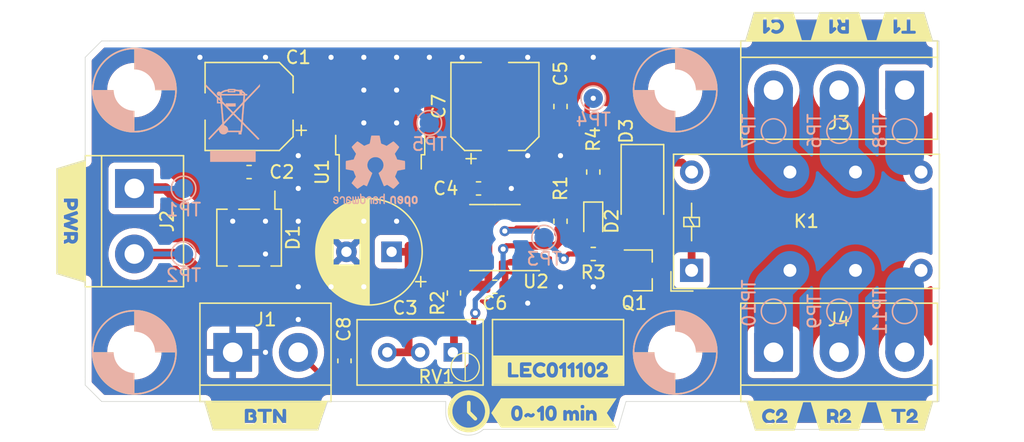
<source format=kicad_pcb>
(kicad_pcb (version 20211014) (generator pcbnew)
  (layers (0 "F.Cu" signal) (31 "B.Cu" signal) (34 "B.Paste" user) (35 "F.Paste" user) (36 "B.SilkS" user "B.Silkscreen") (37 "F.SilkS" user "F.Silkscreen") (38 "B.Mask" user) (39 "F.Mask" user) (44 "Edge.Cuts" user))
  (net 0 "")
  (net 1 "GND")
  (net 2 "Net-(C1-Pad1)")
  (net 3 "Net-(C3-Pad1)")
  (net 4 "Net-(C4-Pad1)")
  (net 5 "+5V")
  (net 6 "Net-(D1-Pad4)")
  (net 7 "Net-(D1-Pad3)")
  (net 8 "Net-(D2-Pad1)")
  (net 9 "Net-(D3-Pad2)")
  (net 10 "Net-(J1-Pad2)")
  (net 11 "/C1")
  (net 12 "/R1")
  (net 13 "/T1")
  (net 14 "/T2")
  (net 15 "/R2")
  (net 16 "/C2")
  (net 17 "Net-(Q1-Pad1)")
  (net 18 "Net-(R2-Pad2)")
  (net 19 "Net-(R3-Pad2)")
  (footprint "0_capacitors:CP_Elec_6.3x5.8" (layer "F.Cu") (at 92.71 34.29 180)
    (fp_text reference "C1" (at -3.81 3.81) (layer "F.SilkS"))
    (fp_text value "100uF")
    (pad "1" smd roundrect locked (at -2.2 0 180) (size 3.5 1.6) (layers "F.Cu" "F.Paste" "F.Mask") (roundrect_rratio 0.156) (net 2 "Net-(C1-Pad1)"))
    (pad "2" smd roundrect locked (at 2.2 0 180) (size 3.5 1.6) (layers "F.Cu" "F.Paste" "F.Mask") (roundrect_rratio 0.156) (net 1 "GND"))
  )
  (footprint "Capacitor_SMD:C_0603_1608Metric" (layer "F.Cu") (at 92.71 39.37 180)
    (fp_text reference "C2" (at -2.54 0) (layer "F.SilkS"))
    (fp_text value "100nF")
    (pad "1" smd roundrect locked (at -0.7875 0 180) (size 0.875 0.95) (layers "F.Cu" "F.Paste" "F.Mask") (net 2 "Net-(C1-Pad1)"))
    (pad "2" smd roundrect locked (at 0.7875 0 180) (size 0.875 0.95) (layers "F.Cu" "F.Paste" "F.Mask") (net 1 "GND"))
  )
  (footprint "Capacitor_SMD:C_0603_1608Metric" (layer "F.Cu") (at 110.49 40.64)
    (fp_text reference "C4" (at -2.54 0) (layer "F.SilkS"))
    (fp_text value "100nF")
    (pad "1" smd roundrect locked (at -0.7875 0) (size 0.875 0.95) (layers "F.Cu" "F.Paste" "F.Mask") (net 4 "Net-(C4-Pad1)"))
    (pad "2" smd roundrect locked (at 0.7875 0) (size 0.875 0.95) (layers "F.Cu" "F.Paste" "F.Mask") (net 1 "GND"))
  )
  (footprint "Capacitor_SMD:C_0603_1608Metric" (layer "F.Cu") (at 116.84 34.29 90)
    (fp_text reference "C5" (at 2.54 0 90) (layer "F.SilkS"))
    (fp_text value "100nF")
    (pad "1" smd roundrect locked (at -0.7875 0 90) (size 0.875 0.95) (layers "F.Cu" "F.Paste" "F.Mask") (net 5 "+5V"))
    (pad "2" smd roundrect locked (at 0.7875 0 90) (size 0.875 0.95) (layers "F.Cu" "F.Paste" "F.Mask") (net 1 "GND"))
  )
  (footprint "0_capacitors:CP_Elec_6.3x5.8" (layer "F.Cu") (at 111.76 34.29 90)
    (fp_text reference "C7" (at 0 -4.35 90) (layer "F.SilkS"))
    (fp_text value "100uF")
    (pad "1" smd roundrect locked (at -2.2 0 90) (size 3.5 1.6) (layers "F.Cu" "F.Paste" "F.Mask") (roundrect_rratio 0.156) (net 5 "+5V"))
    (pad "2" smd roundrect locked (at 2.2 0 90) (size 3.5 1.6) (layers "F.Cu" "F.Paste" "F.Mask") (roundrect_rratio 0.156) (net 1 "GND"))
  )
  (footprint "Package_TO_SOT_SMD:TO-269AA" (layer "F.Cu") (at 92.71 44.45 -90)
    (fp_text reference "D1" (at 0 -3.4 90) (layer "F.SilkS"))
    (fp_text value "MB10S")
    (pad "1" smd rect locked (at -3.075 -1.27 270) (size 1 0.8) (layers "F.Cu" "F.Paste" "F.Mask") (net 2 "Net-(C1-Pad1)"))
    (pad "2" smd rect locked (at -3.075 1.27 270) (size 1 0.8) (layers "F.Cu" "F.Paste" "F.Mask") (net 1 "GND"))
    (pad "3" smd rect locked (at 3.075 1.27 270) (size 1 0.8) (layers "F.Cu" "F.Paste" "F.Mask") (net 7 "Net-(D1-Pad3)"))
    (pad "4" smd rect locked (at 3.075 -1.27 270) (size 1 0.8) (layers "F.Cu" "F.Paste" "F.Mask") (net 6 "Net-(D1-Pad4)"))
  )
  (footprint "LED_SMD:LED_0603_1608Metric" (layer "F.Cu") (at 119.38 43.18 -90)
    (fp_text reference "D2" (at 0 -1.43 90) (layer "F.SilkS"))
    (fp_text value "LED")
    (pad "1" smd roundrect locked (at -0.7875 0 270) (size 0.875 0.95) (layers "F.Cu" "F.Paste" "F.Mask") (net 8 "Net-(D2-Pad1)"))
    (pad "2" smd roundrect locked (at 0.7875 0 270) (size 0.875 0.95) (layers "F.Cu" "F.Paste" "F.Mask") (net 5 "+5V"))
  )
  (footprint "Diode_SMD:D_SMA" (layer "F.Cu") (at 123.19 40.64 -90)
    (fp_text reference "D3" (at -4.445 1.27 90) (layer "F.SilkS"))
    (fp_text value "D")
    (pad "1" smd rect locked (at -2 0 270) (size 2.5 1.8) (layers "F.Cu" "F.Paste" "F.Mask") (net 5 "+5V"))
    (pad "2" smd rect locked (at 2 0 270) (size 2.5 1.8) (layers "F.Cu" "F.Paste" "F.Mask") (net 9 "Net-(D3-Pad2)"))
  )
  (footprint "0_mechanical:MountingHole_3.2mm_M3" (layer "F.Cu") (at 83.82 53.34)
    (fp_text reference "H1" hide)
    (fp_text value "MountingHole" hide)
    (pad "" np_thru_hole circle locked (at 0 0) (size 3.2 3.2) (drill 3.2) (layers *.Cu *.Mask))
  )
  (footprint "0_mechanical:MountingHole_3.2mm_M3" (layer "F.Cu") (at 125.73 33.02)
    (fp_text reference "H2" hide)
    (fp_text value "MountingHole" hide)
    (pad "" np_thru_hole circle locked (at 0 0) (size 3.2 3.2) (drill 3.2) (layers *.Cu *.Mask))
  )
  (footprint "0_mechanical:MountingHole_3.2mm_M3" (layer "F.Cu") (at 83.82 33.02)
    (fp_text reference "H3" hide)
    (fp_text value "MountingHole" hide)
    (pad "" np_thru_hole circle locked (at 0 0) (size 3.2 3.2) (drill 3.2) (layers *.Cu *.Mask))
  )
  (footprint "0_mechanical:MountingHole_3.2mm_M3" (layer "F.Cu") (at 125.73 53.34)
    (fp_text reference "H4" hide)
    (fp_text value "MountingHole" hide)
    (pad "" np_thru_hole circle locked (at 0 0) (size 3.2 3.2) (drill 3.2) (layers *.Cu *.Mask))
  )
  (footprint "0_connectors:TerminalBlock_bornier-2_P5.08mm-blue" (layer "F.Cu") (at 91.44 53.34)
    (fp_text reference "J1" (at 2.54 -2.54) (layer "F.SilkS"))
    (fp_text value "Button")
    (pad "1" thru_hole rect locked (at 0 0) (size 3 3) (drill 1.52) (layers *.Cu *.Mask) (net 1 "GND"))
    (pad "2" thru_hole circle locked (at 5.08 0) (size 3 3) (drill 1.52) (layers *.Cu *.Mask) (net 10 "Net-(J1-Pad2)"))
  )
  (footprint "0_connectors:TerminalBlock_bornier-2_P5.08mm-green" (layer "F.Cu") (at 83.82 40.64 -90)
    (fp_text reference "J2" (at 2.54 -2.54 90) (layer "F.SilkS"))
    (fp_text value "PWR")
    (pad "1" thru_hole rect locked (at 0 0 270) (size 3 3) (drill 1.52) (layers *.Cu *.Mask) (net 7 "Net-(D1-Pad3)"))
    (pad "2" thru_hole circle locked (at 5.08 0 270) (size 3 3) (drill 1.52) (layers *.Cu *.Mask) (net 6 "Net-(D1-Pad4)"))
  )
  (footprint "0_connectors:TerminalBlock_bornier-3_P5.08mm-blue" (layer "F.Cu") (at 138.43 33.02 180)
    (fp_text reference "J3" (at 0 -2.54) (layer "F.SilkS"))
    (fp_text value "CONTACT_1")
    (pad "1" thru_hole rect locked (at -5.08 0 180) (size 3 3) (drill 1.52) (layers *.Cu *.Mask) (net 13 "/T1"))
    (pad "2" thru_hole circle locked (at 0 0 180) (size 3 3) (drill 1.52) (layers *.Cu *.Mask) (net 12 "/R1"))
    (pad "3" thru_hole circle locked (at 5.08 0 180) (size 3 3) (drill 1.52) (layers *.Cu *.Mask) (net 11 "/C1"))
  )
  (footprint "0_connectors:TerminalBlock_bornier-3_P5.08mm-blue" (layer "F.Cu") (at 138.43 53.34)
    (fp_text reference "J4" (at -0.03 -2.54) (layer "F.SilkS"))
    (fp_text value "CONTACT_2")
    (pad "1" thru_hole rect locked (at -5.08 0) (size 3 3) (drill 1.52) (layers *.Cu *.Mask) (net 16 "/C2"))
    (pad "2" thru_hole circle locked (at 0 0) (size 3 3) (drill 1.52) (layers *.Cu *.Mask) (net 15 "/R2"))
    (pad "3" thru_hole circle locked (at 5.08 0) (size 3 3) (drill 1.52) (layers *.Cu *.Mask) (net 14 "/T2"))
  )
  (footprint "0_relays:Relay_DPDT_HK19F" (layer "F.Cu") (at 135.9 43.39)
    (fp_text reference "K1" (at -0.01 -0.21) (layer "F.SilkS"))
    (fp_text value "HK19F-5V")
    (pad "1" thru_hole circle locked (at -8.9 -4.02 90) (size 1.8 1.8) (drill 1) (layers *.Cu *.Mask) (net 5 "+5V"))
    (pad "4" thru_hole circle locked (at -1.28 -4.02 90) (size 1.8 1.8) (drill 1) (layers *.Cu *.Mask) (net 11 "/C1"))
    (pad "6" thru_hole circle locked (at 3.8 -4.02 90) (size 1.8 1.8) (drill 1) (layers *.Cu *.Mask) (net 12 "/R1"))
    (pad "8" thru_hole circle locked (at 8.88 -4.02 180) (size 1.8 1.8) (drill 1) (layers *.Cu *.Mask) (net 13 "/T1"))
    (pad "9" thru_hole circle locked (at 8.88 3.6 90) (size 1.8 1.8) (drill 1) (layers *.Cu *.Mask) (net 14 "/T2"))
    (pad "11" thru_hole circle locked (at 3.8 3.6 90) (size 1.8 1.8) (drill 1) (layers *.Cu *.Mask) (net 15 "/R2"))
    (pad "13" thru_hole circle locked (at -1.28 3.6 90) (size 1.8 1.8) (drill 1) (layers *.Cu *.Mask) (net 16 "/C2"))
    (pad "16" thru_hole rect locked (at -8.9 3.6 90) (size 1.8 1.8) (drill 1) (layers *.Cu *.Mask) (net 9 "Net-(D3-Pad2)"))
  )
  (footprint "0_logos:Logo_10mm" (layer "F.Cu") (at 116.65 52.15)
    (fp_text reference "LOGO1" hide)
    (fp_text value "logo_lectix_25mm" hide)
    (fp_poly (pts (xy -0.941598 0.135255) (xy -0.93688 0.184642) (xy -0.927286 0.233391) (xy -0.913012 0.281126) (xy -0.894257 0.327472) (xy -0.871216 0.372055) (xy -0.844087 0.4145) (xy -0.813067 0.454432) (xy -0.778352 0.491476) (xy -0.74014 0.525258) (xy -0.73406 0.530066) (xy -0.693962 0.558193) (xy -0.650655 0.582754) (xy -0.604786 0.603491) (xy -0.557001 0.620147) (xy -0.507946 0.632466) (xy -0.458267 0.640191) (xy -0.456939 0.640331) (xy -0.435583 0.641812) (xy -0.410988 0.642277) (xy -0.38483 0.641784) (xy -0.358784 0.640393) (xy -0.334525 0.638161) (xy -0.31496 0.635369) (xy -0.26458 0.623968) (xy -0.215829 0.608011) (xy -0.169027 0.587722) (xy -0.124494 0.563326) (xy -0.082553 0.53505) (xy -0.043523 0.503119) (xy -0.007725 0.467757) (xy 0.024521 0.429189) (xy 0.052893 0.387642) (xy 0.063459 0.36957) (xy 0.067764 0.361866) (xy 0.070977 0.356162) (xy 0.072419 0.35366) (xy 0.072428 0.353648) (xy 0.074718 0.354589) (xy 0.080966 0.357586) (xy 0.090622 0.362356) (xy 0.103134 0.368617) (xy 0.11795 0.376087) (xy 0.134518 0.384484) (xy 0.152288 0.393526) (xy 0.170709 0.40293) (xy 0.189227 0.412414) (xy 0.207292 0.421697) (xy 0.224353 0.430496) (xy 0.239857 0.43853) (xy 0.253254 0.445515) (xy 0.263992 0.45117) (xy 0.271519 0.455212) (xy 0.275284 0.45736) (xy 0.275579 0.457574) (xy 0.276342 0.459476) (xy 0.27565 0.462864) (xy 0.273236 0.468246) (xy 0.268829 0.47613) (xy 0.262161 0.487022) (xy 0.252963 0.501432) (xy 0.249532 0.50673) (xy 0.213745 0.557247) (xy 0.174233 0.604456) (xy 0.131253 0.648181) (xy 0.085061 0.688245) (xy 0.035915 0.724473) (xy -0.015929 0.75669) (xy -0.070214 0.784719) (xy -0.126683 0.808386) (xy -0.185078 0.827513) (xy -0.238614 0.840608) (xy -0.259549 0.844715) (xy -0.278693 0.847937) (xy -0.297214 0.850387) (xy -0.316279 0.852177) (xy -0.337056 0.853419) (xy -0.360714 0.854226) (xy -0.38481 0.854665) (xy -0.403035 0.85486) (xy -0.419929 0.85496) (xy -0.434719 0.854966) (xy -0.446633 0.85488) (xy -0.454897 0.854704) (xy -0.45847 0.854485) (xy -0.464358 0.853741) (xy -0.47369 0.85263) (xy -0.484862 0.851341) (xy -0.49022 0.850735) (xy -0.545997 0.842047) (xy -0.601993 0.828574) (xy -0.657599 0.810545) (xy -0.712206 0.788188) (xy -0.765203 0.761731) (xy -0.815981 0.731401) (xy -0.82423 0.725955) (xy -0.854202 0.705098) (xy -0.880956 0.684653) (xy -0.906058 0.663317) (xy -0.931073 0.63979) (xy -0.946282 0.624501) (xy -0.98848 0.577656) (xy -1.026384 0.528179) (xy -1.059914 0.476236) (xy -1.088986 0.421994) (xy -1.113518 0.365618) (xy -1.133426 0.307274) (xy -1.148629 0.247129) (xy -1.156813 0.201477) (xy -1.15802 0.192261) (xy -1.159423 0.17981) (xy -1.160913 0.165307) (xy -1.162382 0.149937) (xy -1.163719 0.134885) (xy -1.164815 0.121334) (xy -1.165562 0.11047) (xy -1.16585 0.103505) (xy -1.163398 0.103107) (xy -1.156379 0.102738) (xy -1.145308 0.102405) (xy -1.130696 0.102119) (xy -1.113059 0.101886) (xy -1.092909 0.101717) (xy -1.070759 0.10162) (xy -1.054481 0.1016) (xy -0.943101 0.1016) (xy -0.941598 0.135255)) (layer "F.Cu") (width 0.01) (fill solid))
    (fp_poly (pts (xy 4.376304 -0.819908) (xy 4.39485 -0.819812) (xy 4.508296 -0.81915) (xy 4.202148 -0.400817) (xy 4.172064 -0.359702) (xy 4.142787 -0.319675) (xy 4.114458 -0.280931) (xy 4.087217 -0.243662) (xy 4.061206 -0.20806) (xy 4.036566 -0.17432) (xy 4.013436 -0.142634) (xy 3.991957 -0.113194) (xy 3.972271 -0.086194) (xy 3.954518 -0.061828) (xy 3.938839 -0.040287) (xy 3.925374 -0.021764) (xy 3.914265 -0.006454) (xy 3.905651 0.005452) (xy 3.899674 0.01376) (xy 3.896474 0.018277) (xy 3.895946 0.019087) (xy 3.897407 0.021269) (xy 3.901707 0.02737) (xy 3.908703 0.037192) (xy 3.918256 0.050541) (xy 3.930224 0.06722) (xy 3.944465 0.087032) (xy 3.960838 0.109783) (xy 3.979202 0.135275) (xy 3.999416 0.163314) (xy 4.021337 0.193701) (xy 4.044825 0.226243) (xy 4.069739 0.260742) (xy 4.095938 0.297003) (xy 4.123279 0.334829) (xy 4.151622 0.374025) (xy 4.180825 0.414395) (xy 4.192671 0.430766) (xy 4.22219 0.471564) (xy 4.250913 0.511274) (xy 4.278699 0.549701) (xy 4.305405 0.586647) (xy 4.330889 0.621916) (xy 4.35501 0.65531) (xy 4.377626 0.686635) (xy 4.398595 0.715692) (xy 4.417775 0.742285) (xy 4.435025 0.766218) (xy 4.450202 0.787293) (xy 4.463164 0.805315) (xy 4.47377 0.820086) (xy 4.481878 0.831411) (xy 4.487346 0.839091) (xy 4.490033 0.842932) (xy 4.490296 0.843347) (xy 4.488016 0.843981) (xy 4.480822 0.844522) (xy 4.468878 0.844969) (xy 4.452349 0.845317) (xy 4.4314 0.845563) (xy 4.406196 0.845703) (xy 4.377266 0.845734) (xy 4.26339 0.845649) (xy 4.02209 0.51178) (xy 3.995526 0.475037) (xy 3.969765 0.439426) (xy 3.944965 0.405163) (xy 3.921283 0.372466) (xy 3.898876 0.34155) (xy 3.877902 0.312632) (xy 3.858517 0.285929) (xy 3.84088 0.261658) (xy 3.825147 0.240034) (xy 3.811475 0.221274) (xy 3.800023 0.205596) (xy 3.790948 0.193215) (xy 3.784406 0.184347) (xy 3.780556 0.179211) (xy 3.77952 0.177933) (xy 3.777906 0.17995) (xy 3.773455 0.185854) (xy 3.766324 0.195427) (xy 3.756674 0.208455) (xy 3.744661 0.224722) (xy 3.730447 0.24401) (xy 3.714188 0.266106) (xy 3.696044 0.290791) (xy 3.676173 0.317851) (xy 3.654734 0.34707) (xy 3.631887 0.378231) (xy 3.607789 0.411119) (xy 3.5826 0.445518) (xy 3.556477 0.481211) (xy 3.53568 0.509644) (xy 3.508925 0.546214) (xy 3.482965 0.581667) (xy 3.457961 0.615786) (xy 3.434072 0.648355) (xy 3.411458 0.679156) (xy 3.390279 0.707973) (xy 3.370693 0.734589) (xy 3.352863 0.758787) (xy 3.336946 0.78035) (xy 3.323102 0.799061) (xy 3.311493 0.814704) (xy 3.302276 0.827061) (xy 3.295613 0.835916) (xy 3.291662 0.841051) (xy 3.29057 0.842335) (xy 3.287574 0.842529) (xy 3.280025 0.84268) (xy 3.26845 0.842789) (xy 3.253375 0.842853) (xy 3.235327 0.84287) (xy 3.214833 0.842839) (xy 3.192419 0.842759) (xy 3.175648 0.842672) (xy 3.063267 0.84201) (xy 3.669225 0.01397) (xy 3.711717 -0.044093) (xy 3.753457 -0.101122) (xy 3.794343 -0.156981) (xy 3.834276 -0.211531) (xy 3.873154 -0.264637) (xy 3.910878 -0.316161) (xy 3.947347 -0.365964) (xy 3.982459 -0.413911) (xy 4.016115 -0.459864) (xy 4.048214 -0.503686) (xy 4.078655 -0.545239) (xy 4.107338 -0.584386) (xy 4.134162 -0.620989) (xy 4.159027 -0.654913) (xy 4.181832 -0.686019) (xy 4.202477 -0.714169) (xy 4.22086 -0.739228) (xy 4.236882 -0.761057) (xy 4.250441 -0.779519) (xy 4.261437 -0.794478) (xy 4.269771 -0.805795) (xy 4.27534 -0.813333) (xy 4.278045 -0.816956) (xy 4.278294 -0.817272) (xy 4.280129 -0.818064) (xy 4.284193 -0.818708) (xy 4.29086 -0.819211) (xy 4.300504 -0.819582) (xy 4.313497 -0.819829) (xy 4.330212 -0.819961) (xy 4.351024 -0.819984) (xy 4.376304 -0.819908)) (layer "F.Cu") (width 0.01) (fill solid))
    (fp_poly (pts (xy -1.68148 0.10922) (xy -2.44094 0.10922) (xy -2.44094 0.45212) (xy -2.66192 0.45212) (xy -2.66192 -0.1143) (xy -1.68148 -0.1143) (xy -1.68148 0.10922)) (layer "F.Cu") (width 0.01) (fill solid))
    (fp_poly (pts (xy -0.373791 -0.828885) (xy -0.352051 -0.828102) (xy -0.333524 -0.826865) (xy -0.32512 -0.825987) (xy -0.263464 -0.815889) (xy -0.203518 -0.801142) (xy -0.145498 -0.78188) (xy -0.08962 -0.75824) (xy -0.036099 -0.730358) (xy 0.01485 -0.698368) (xy 0.063012 -0.662408) (xy 0.108171 -0.622612) (xy 0.150111 -0.579116) (xy 0.188617 -0.532056) (xy 0.223475 -0.481567) (xy 0.224753 -0.479538) (xy 0.23095 -0.469396) (xy 0.235873 -0.460824) (xy 0.239032 -0.454716) (xy 0.239933 -0.451966) (xy 0.239927 -0.451954) (xy 0.237616 -0.450206) (xy 0.231584 -0.446064) (xy 0.222376 -0.439884) (xy 0.210541 -0.432024) (xy 0.196627 -0.422841) (xy 0.181181 -0.412692) (xy 0.16475 -0.401934) (xy 0.147883 -0.390925) (xy 0.131127 -0.380021) (xy 0.115029 -0.369581) (xy 0.100138 -0.359961) (xy 0.087 -0.351518) (xy 0.076165 -0.34461) (xy 0.068178 -0.339593) (xy 0.063588 -0.336826) (xy 0.062794 -0.336416) (xy 0.059968 -0.337282) (xy 0.055905 -0.341905) (xy 0.050305 -0.350661) (xy 0.047184 -0.356086) (xy 0.030089 -0.383572) (xy 0.009427 -0.411998) (xy -0.013771 -0.440148) (xy -0.038472 -0.466803) (xy -0.063644 -0.490746) (xy -0.07552 -0.50086) (xy -0.116154 -0.530828) (xy -0.159753 -0.556873) (xy -0.205804 -0.578774) (xy -0.253792 -0.59631) (xy -0.303203 -0.60926) (xy -0.343548 -0.616187) (xy -0.365054 -0.618232) (xy -0.389779 -0.619278) (xy -0.41624 -0.619363) (xy -0.442955 -0.61852) (xy -0.468443 -0.616786) (xy -0.491221 -0.614196) (xy -0.502174 -0.612397) (xy -0.552714 -0.600392) (xy -0.601225 -0.583901) (xy -0.647466 -0.563143) (xy -0.691196 -0.538334) (xy -0.732174 -0.509692) (xy -0.770159 -0.477434) (xy -0.80491 -0.441777) (xy -0.836186 -0.402938) (xy -0.863748 -0.361136) (xy -0.887352 -0.316587) (xy -0.90676 -0.269508) (xy -0.916801 -0.238379) (xy -0.927444 -0.193948) (xy -0.934072 -0.147895) (xy -0.936568 -0.109855) (xy -0.937972 -0.06858) (xy -1.158969 -0.06858) (xy -1.157493 -0.113665) (xy -1.153049 -0.173235) (xy -1.143761 -0.231781) (xy -1.129804 -0.289055) (xy -1.111357 -0.344808) (xy -1.088595 -0.398794) (xy -1.061694 -0.450761) (xy -1.030832 -0.500463) (xy -0.996184 -0.547651) (xy -0.957927 -0.592077) (xy -0.916238 -0.63349) (xy -0.871292 -0.671645) (xy -0.823267 -0.706291) (xy -0.772339 -0.73718) (xy -0.718684 -0.764064) (xy -0.6858 -0.777954) (xy -0.632923 -0.796535) (xy -0.578211 -0.811237) (xy -0.520795 -0.822284) (xy -0.50546 -0.824566) (xy -0.489281 -0.826312) (xy -0.469218 -0.827661) (xy -0.446456 -0.828601) (xy -0.422175 -0.829125) (xy -0.397559 -0.829223) (xy -0.373791 -0.828885)) (layer "F.Cu") (width 0.01) (fill solid))
    (fp_poly (pts (xy -3.1115 0.85344) (xy -4.25958 0.85344) (xy -4.25958 0.62992) (xy -3.1115 0.62992) (xy -3.1115 0.85344)) (layer "F.Cu") (width 0.01) (fill solid))
    (fp_poly (pts (xy -1.56718 0.85344) (xy -2.65938 0.85344) (xy -2.65938 0.62992) (xy -1.56718 0.62992) (xy -1.56718 0.85344)) (layer "F.Cu") (width 0.01) (fill solid))
    (fp_poly (pts (xy 1.3716 0.84582) (xy 1.15062 0.84582) (xy 1.15062 -0.43688) (xy 1.3716 -0.43688) (xy 1.3716 0.84582)) (layer "F.Cu") (width 0.01) (fill solid))
    (fp_poly (pts (xy -1.56718 -0.61214) (xy -2.44094 -0.61214) (xy -2.44094 -0.29972) (xy -2.66446 -0.29972) (xy -2.66446 -0.83312) (xy -1.56718 -0.83312) (xy -1.56718 -0.61214)) (layer "F.Cu") (width 0.01) (fill solid))
    (fp_poly (pts (xy -4.0386 0.45212) (xy -4.25958 0.45212) (xy -4.25958 -0.82296) (xy -4.0386 -0.82296) (xy -4.0386 0.45212)) (layer "F.Cu") (width 0.01) (fill solid))
    (fp_poly (pts (xy 1.95072 -0.60452) (xy 0.58166 -0.60452) (xy 0.58166 -0.8255) (xy 1.95072 -0.8255) (xy 1.95072 -0.60452)) (layer "F.Cu") (width 0.01) (fill solid))
    (fp_poly (pts (xy 2.61874 0.84582) (xy 2.39776 0.84582) (xy 2.39776 -0.8255) (xy 2.61874 -0.8255) (xy 2.61874 0.84582)) (layer "F.Cu") (width 0.01) (fill solid))
    (fp_poly (pts (xy 3.260968 -0.8255) (xy 3.466269 -0.542956) (xy 3.490799 -0.509165) (xy 3.514493 -0.476463) (xy 3.53718 -0.445091) (xy 3.558689 -0.415286) (xy 3.578848 -0.387289) (xy 3.597487 -0.361337) (xy 3.614435 -0.337671) (xy 3.62952 -0.31653) (xy 3.642571 -0.298152) (xy 3.653418 -0.282777) (xy 3.661889 -0.270644) (xy 3.667814 -0.261991) (xy 3.671021 -0.257058) (xy 3.67157 -0.255979) (xy 3.670129 -0.252999) (xy 3.666077 -0.246561) (xy 3.659817 -0.237221) (xy 3.651755 -0.225539) (xy 3.642293 -0.212072) (xy 3.631838 -0.197378) (xy 3.620793 -0.182016) (xy 3.609562 -0.166543) (xy 3.598551 -0.151517) (xy 3.588162 -0.137496) (xy 3.578801 -0.125038) (xy 3.570872 -0.114702) (xy 3.564779 -0.107045) (xy 3.560927 -0.102625) (xy 3.55981 -0.101753) (xy 3.558071 -0.103777) (xy 3.553504 -0.109705) (xy 3.546264 -0.119329) (xy 3.536502 -0.132439) (xy 3.524373 -0.148826) (xy 3.510029 -0.168281) (xy 3.493625 -0.190595) (xy 3.475313 -0.215558) (xy 3.455247 -0.242963) (xy 3.433579 -0.272598) (xy 3.410465 -0.304257) (xy 3.386056 -0.337728) (xy 3.360506 -0.372804) (xy 3.333968 -0.409276) (xy 3.306596 -0.446933) (xy 3.29819 -0.458507) (xy 3.270558 -0.496555) (xy 3.243707 -0.533532) (xy 3.217789 -0.569228) (xy 3.19296 -0.603428) (xy 3.169374 -0.635919) (xy 3.147186 -0.666489) (xy 3.126549 -0.694925) (xy 3.107618 -0.721015) (xy 3.090548 -0.744544) (xy 3.075493 -0.765301) (xy 3.062608 -0.783073) (xy 3.052047 -0.797646) (xy 3.043964 -0.808808) (xy 3.038514 -0.816346) (xy 3.035851 -0.820048) (xy 3.035625 -0.82037) (xy 3.034877 -0.821583) (xy 3.034715 -0.822588) (xy 3.035563 -0.823405) (xy 3.037844 -0.824053) (xy 3.041981 -0.824551) (xy 3.048399 -0.824919) (xy 3.057522 -0.825177) (xy 3.069772 -0.825345) (xy 3.085573 -0.825441) (xy 3.105349 -0.825486) (xy 3.129525 -0.8255) (xy 3.146554 -0.825501) (xy 3.260968 -0.8255)) (layer "F.Cu") (width 0.01) (fill solid))
  )
  (footprint "Package_TO_SOT_SMD:SOT-23" (layer "F.Cu") (at 123.19 46.99)
    (fp_text reference "Q1" (at -0.635 2.54) (layer "F.SilkS"))
    (fp_text value "S8050")
    (pad "1" smd rect locked (at -1 -0.95) (size 0.9 0.8) (layers "F.Cu" "F.Paste" "F.Mask") (net 17 "Net-(Q1-Pad1)"))
    (pad "2" smd rect locked (at -1 0.95) (size 0.9 0.8) (layers "F.Cu" "F.Paste" "F.Mask") (net 1 "GND"))
    (pad "3" smd rect locked (at 1 0) (size 0.9 0.8) (layers "F.Cu" "F.Paste" "F.Mask") (net 9 "Net-(D3-Pad2)"))
  )
  (footprint "Resistor_SMD:R_0603_1608Metric" (layer "F.Cu") (at 119.38 45.72 180)
    (fp_text reference "R3" (at 0 -1.43) (layer "F.SilkS"))
    (fp_text value "1k")
    (pad "1" smd roundrect locked (at -0.7875 0 180) (size 0.875 0.95) (layers "F.Cu" "F.Paste" "F.Mask") (net 17 "Net-(Q1-Pad1)"))
    (pad "2" smd roundrect locked (at 0.7875 0 180) (size 0.875 0.95) (layers "F.Cu" "F.Paste" "F.Mask") (net 19 "Net-(R3-Pad2)"))
  )
  (footprint "Resistor_SMD:R_0603_1608Metric" (layer "F.Cu") (at 119.38 39.37 -90)
    (fp_text reference "R4" (at -2.54 0 90) (layer "F.SilkS"))
    (fp_text value "10k")
    (pad "1" smd roundrect locked (at -0.7875 0 270) (size 0.875 0.95) (layers "F.Cu" "F.Paste" "F.Mask") (net 9 "Net-(D3-Pad2)"))
    (pad "2" smd roundrect locked (at 0.7875 0 270) (size 0.875 0.95) (layers "F.Cu" "F.Paste" "F.Mask") (net 8 "Net-(D2-Pad1)"))
  )
  (footprint "Package_TO_SOT_SMD:TO-252-2" (layer "F.Cu") (at 102.87 35.56 90)
    (fp_text reference "U1" (at -3.81 -4.5 90) (layer "F.SilkS"))
    (fp_text value "MC78M05_TO252")
    (pad "1" smd rect locked (at -4.2 -2.28 90) (size 2.2 1.2) (layers "F.Cu" "F.Paste" "F.Mask") (net 2 "Net-(C1-Pad1)"))
    (pad "2" smd rect locked (at 2.1 0 90) (size 6.4 5.8) (layers "F.Cu" "F.Mask") (net 1 "GND"))
    (pad "3" smd rect locked (at -4.2 2.28 90) (size 2.2 1.2) (layers "F.Cu" "F.Paste" "F.Mask") (net 5 "+5V"))
  )
  (footprint "Capacitor_THT:CP_Radial_D8.0mm_P3.50mm" (layer "F.Cu") (at 103.752651 45.55 180)
    (fp_text reference "C3" (at -1.047349 -4.35 180) (layer "F.SilkS"))
    (fp_text value "270uF")
    (pad "1" thru_hole rect (at 0 0 180) (size 1.6 1.6) (drill 0.8) (layers *.Cu *.Mask) (net 3 "Net-(C3-Pad1)"))
    (pad "2" thru_hole circle (at 3.5 0 180) (size 1.6 1.6) (drill 0.8) (layers *.Cu *.Mask) (net 1 "GND"))
  )
  (footprint "0_potentiometers:Potentiometer_3296W_Vertical" (layer "F.Cu") (at 108.5 53.34)
    (fp_text reference "RV1" (at -1.27 1.905) (layer "F.SilkS"))
    (fp_text value "2M")
    (pad "1" thru_hole rect locked (at 0 0) (size 1.44 1.44) (drill 0.8) (layers *.Cu *.Mask) (net 18 "Net-(R2-Pad2)"))
    (pad "2" thru_hole circle locked (at -2.54 0) (size 1.44 1.44) (drill 0.8) (layers *.Cu *.Mask) (net 3 "Net-(C3-Pad1)"))
    (pad "3" thru_hole circle locked (at -5.08 0) (size 1.44 1.44) (drill 0.8) (layers *.Cu *.Mask) (net 3 "Net-(C3-Pad1)"))
  )
  (footprint "Resistor_SMD:R_0603_1608Metric" (layer "F.Cu") (at 108.585 48.7425 -90)
    (fp_text reference "R2" (at 0.7875 1.27 90) (layer "F.SilkS"))
    (fp_text value "22k")
    (pad "1" smd roundrect locked (at -0.7875 0 270) (size 0.875 0.95) (layers "F.Cu" "F.Paste" "F.Mask") (net 5 "+5V"))
    (pad "2" smd roundrect locked (at 0.7875 0 270) (size 0.875 0.95) (layers "F.Cu" "F.Paste" "F.Mask") (net 18 "Net-(R2-Pad2)"))
  )
  (footprint "Package_SO:SOIC-8_3.9x4.9mm_P1.27mm" (layer "F.Cu") (at 111.76 44.45 180)
    (fp_text reference "U2" (at -3.175 -3.4) (layer "F.SilkS"))
    (fp_text value "NE555D")
    (pad "1" smd roundrect locked (at -2.475 -1.905 180) (size 1.95 0.6) (layers "F.Cu" "F.Paste" "F.Mask") (net 1 "GND"))
    (pad "2" smd roundrect locked (at -2.475 -0.635 180) (size 1.95 0.6) (layers "F.Cu" "F.Paste" "F.Mask") (net 10 "Net-(J1-Pad2)"))
    (pad "3" smd roundrect locked (at -2.475 0.635 180) (size 1.95 0.6) (layers "F.Cu" "F.Paste" "F.Mask") (net 19 "Net-(R3-Pad2)"))
    (pad "4" smd roundrect locked (at -2.475 1.905 180) (size 1.95 0.6) (layers "F.Cu" "F.Paste" "F.Mask") (net 5 "+5V"))
    (pad "5" smd roundrect locked (at 2.475 1.905 180) (size 1.95 0.6) (layers "F.Cu" "F.Paste" "F.Mask") (net 4 "Net-(C4-Pad1)"))
    (pad "6" smd roundrect locked (at 2.475 0.635 180) (size 1.95 0.6) (layers "F.Cu" "F.Paste" "F.Mask") (net 3 "Net-(C3-Pad1)"))
    (pad "7" smd roundrect locked (at 2.475 -0.635 180) (size 1.95 0.6) (layers "F.Cu" "F.Paste" "F.Mask") (net 3 "Net-(C3-Pad1)"))
    (pad "8" smd roundrect locked (at 2.475 -1.905 180) (size 1.95 0.6) (layers "F.Cu" "F.Paste" "F.Mask") (net 5 "+5V"))
  )
  (footprint "Resistor_SMD:R_0603_1608Metric" (layer "F.Cu") (at 116.84 43.18 -90)
    (fp_text reference "R1" (at -2.54 0 90) (layer "F.SilkS"))
    (fp_text value "10k")
    (pad "1" smd roundrect locked (at -0.7875 0 270) (size 0.875 0.95) (layers "F.Cu" "F.Paste" "F.Mask") (net 5 "+5V"))
    (pad "2" smd roundrect locked (at 0.7875 0 270) (size 0.875 0.95) (layers "F.Cu" "F.Paste" "F.Mask") (net 10 "Net-(J1-Pad2)"))
  )
  (footprint "Capacitor_SMD:C_0603_1608Metric" (layer "F.Cu") (at 111.76 48.26)
    (fp_text reference "C6" (at 0 1.27) (layer "F.SilkS"))
    (fp_text value "100nF")
    (pad "1" smd roundrect locked (at -0.7875 0) (size 0.875 0.95) (layers "F.Cu" "F.Paste" "F.Mask") (net 5 "+5V"))
    (pad "2" smd roundrect locked (at 0.7875 0) (size 0.875 0.95) (layers "F.Cu" "F.Paste" "F.Mask") (net 1 "GND"))
  )
  (footprint "kikit:Tab" (layer "F.Cu") (at 146.431 33.02 180)
    (fp_text reference "REF**" hide)
    (fp_text value "Tab")
  )
  (footprint "0_logos:time" (layer "F.Cu") (at 109.728 57.912)
    (fp_text reference "G***" hide)
    (fp_text value "LOGO" hide)
  )
  (footprint "kibuzzard-6223B135" (layer "F.Cu") (at 143.51 28.067 180)
    (fp_text reference "kibuzzard-6223B135" hide)
    (fp_text value "G***" hide)
  )
  (footprint "kibuzzard-6223B0D3" (layer "F.Cu") (at 138.43 58.3)
    (fp_text reference "kibuzzard-6223B0D3" hide)
    (fp_text value "G***" hide)
  )
  (footprint "kibuzzard-6223B13F" (layer "F.Cu") (at 138.43 28.067 180)
    (fp_text reference "kibuzzard-6223B13F" hide)
    (fp_text value "G***" hide)
  )
  (footprint "kikit:Tab" (layer "F.Cu") (at 79.756 33.02)
    (fp_text reference "REF**" hide)
    (fp_text value "Tab")
  )
  (footprint "kikit:Tab" (layer "F.Cu") (at 79.756 53.34)
    (fp_text reference "REF**" hide)
    (fp_text value "Tab")
  )
  (footprint "kibuzzard-6223B18A" (layer "F.Cu") (at 78.867 43.18 -90)
    (fp_text reference "kibuzzard-6223B18A" hide)
    (fp_text value "G***" hide)
  )
  (footprint "kibuzzard-6223B1FE" (layer "F.Cu") (at 93.98 58.3)
    (fp_text reference "kibuzzard-6223B1FE" hide)
    (fp_text value "G***" hide)
  )
  (footprint "Capacitor_SMD:C_0603_1608Metric" (layer "F.Cu") (at 100.1 54 90)
    (fp_text reference "C8" (at 2.45 -0.05 90) (layer "F.SilkS"))
    (fp_text value "100nF")
    (pad "1" smd roundrect (at -0.775 0 90) (size 0.9 0.95) (layers "F.Cu" "F.Paste" "F.Mask") (net 10 "Net-(J1-Pad2)"))
    (pad "2" smd roundrect (at 0.775 0 90) (size 0.9 0.95) (layers "F.Cu" "F.Paste" "F.Mask") (net 1 "GND"))
  )
  (footprint "kibuzzard-621F68B9" (layer "F.Cu") (at 116.65 54.7)
    (fp_text reference "kibuzzard-621F68B9" hide)
    (fp_text value "G***" hide)
  )
  (footprint "kibuzzard-6223B147" (layer "F.Cu") (at 133.35 28.067 180)
    (fp_text reference "kibuzzard-6223B147" hide)
    (fp_text value "G***" hide)
  )
  (footprint "kibuzzard-621F6901" (layer "F.Cu") (at 133.45 58.3)
    (fp_text reference "kibuzzard-621F6901" hide)
    (fp_text value "G***" hide)
  )
  (footprint "kibuzzard-6223B0EB" (layer "F.Cu") (at 143.51 58.3)
    (fp_text reference "kibuzzard-6223B0EB" hide)
    (fp_text value "G***" hide)
  )
  (footprint "kibuzzard-6224C48E" (layer "F.Cu") (at 116.332 58.039)
    (fp_text reference "kibuzzard-6224C48E" hide)
    (fp_text value "G***" hide)
  )
  (footprint "kikit:Tab" (layer "F.Cu") (at 146.431 53.34 180)
    (fp_text reference "REF**" hide)
    (fp_text value "Tab")
  )
  (footprint "TestPoint:TestPoint_Pad_D1.5mm" (layer "B.Cu") (at 87.63 40.64)
    (fp_text reference "TP1" (at 0 1.648) (layer "B.SilkS") (effects (justify mirror)))
    (fp_text value "TestPoint_Probe")
    (pad "1" smd circle locked (at 0 0) (size 1.5 1.5) (layers "B.Cu" "B.Mask") (net 7 "Net-(D1-Pad3)"))
  )
  (footprint "TestPoint:TestPoint_Pad_D1.5mm" (layer "B.Cu") (at 87.63 45.72)
    (fp_text reference "TP2" (at 0 1.648) (layer "B.SilkS") (effects (justify mirror)))
    (fp_text value "TestPoint_Probe")
    (pad "1" smd circle locked (at 0 0) (size 1.5 1.5) (layers "B.Cu" "B.Mask") (net 6 "Net-(D1-Pad4)"))
  )
  (footprint "TestPoint:TestPoint_Pad_D1.5mm" (layer "B.Cu") (at 115.57 44.45)
    (fp_text reference "TP3" (at 0 1.648) (layer "B.SilkS") (effects (justify mirror)))
    (fp_text value "TestPoint_Probe")
    (pad "1" smd circle locked (at 0 0) (size 1.5 1.5) (layers "B.Cu" "B.Mask") (net 19 "Net-(R3-Pad2)"))
  )
  (footprint "TestPoint:TestPoint_Pad_D1.5mm" (layer "B.Cu") (at 119.38 33.655)
    (fp_text reference "TP4" (at 0 1.648) (layer "B.SilkS") (effects (justify mirror)))
    (fp_text value "TestPoint_Probe")
    (pad "1" smd circle locked (at 0 0) (size 1.5 1.5) (layers "B.Cu" "B.Mask") (net 5 "+5V"))
  )
  (footprint "TestPoint:TestPoint_Pad_D1.5mm" (layer "B.Cu") (at 106.68 35.56)
    (fp_text reference "TP5" (at 0 1.648) (layer "B.SilkS") (effects (justify mirror)))
    (fp_text value "TestPoint_Probe")
    (pad "1" smd circle locked (at 0 0) (size 1.5 1.5) (layers "B.Cu" "B.Mask") (net 1 "GND"))
  )
  (footprint "TestPoint:TestPoint_Pad_D1.5mm" (layer "B.Cu") (at 138.43 36.195)
    (fp_text reference "TP6" (at -1.905 0 90) (layer "B.SilkS") (effects (justify mirror)))
    (fp_text value "TestPoint_Probe")
    (pad "1" smd circle locked (at 0 0) (size 1.5 1.5) (layers "B.Cu" "B.Mask") (net 12 "/R1"))
  )
  (footprint "TestPoint:TestPoint_Pad_D1.5mm" (layer "B.Cu") (at 133.35 36.195)
    (fp_text reference "TP7" (at -1.905 0 90) (layer "B.SilkS") (effects (justify mirror)))
    (fp_text value "TestPoint_Probe")
    (pad "1" smd circle locked (at 0 0) (size 1.5 1.5) (layers "B.Cu" "B.Mask") (net 11 "/C1"))
  )
  (footprint "TestPoint:TestPoint_Pad_D1.5mm" (layer "B.Cu") (at 143.51 36.195)
    (fp_text reference "TP8" (at -1.905 0 90) (layer "B.SilkS") (effects (justify mirror)))
    (fp_text value "TestPoint_Probe")
    (pad "1" smd circle locked (at 0 0) (size 1.5 1.5) (layers "B.Cu" "B.Mask") (net 13 "/T1"))
  )
  (footprint "TestPoint:TestPoint_Pad_D1.5mm" (layer "B.Cu") (at 138.43 50.165)
    (fp_text reference "TP9" (at -1.905 0 90) (layer "B.SilkS") (effects (justify mirror)))
    (fp_text value "TestPoint_Probe")
    (pad "1" smd circle locked (at 0 0) (size 1.5 1.5) (layers "B.Cu" "B.Mask") (net 15 "/R2"))
  )
  (footprint "TestPoint:TestPoint_Pad_D1.5mm" (layer "B.Cu") (at 133.35 50.165)
    (fp_text reference "TP10" (at -1.905 -0.635 90) (layer "B.SilkS") (effects (justify mirror)))
    (fp_text value "TestPoint_Probe")
    (pad "1" smd circle locked (at 0 0) (size 1.5 1.5) (layers "B.Cu" "B.Mask") (net 16 "/C2"))
  )
  (footprint "TestPoint:TestPoint_Pad_D1.5mm" (layer "B.Cu") (at 143.51 50.165)
    (fp_text reference "TP11" (at -1.905 0 90) (layer "B.SilkS") (effects (justify mirror)))
    (fp_text value "TestPoint_Probe")
    (pad "1" smd circle locked (at 0 0) (size 1.5 1.5) (layers "B.Cu" "B.Mask") (net 14 "/T2"))
  )
  (footprint "Symbol:WEEE-Logo_4.2x6mm_SilkScreen" (layer "B.Cu") (at 91.44 35.56 180)
    (fp_text reference "REF**" hide)
    (fp_text value "WEEE-Logo_4.2x6mm_SilkScreen" hide)
  )
  (footprint "Symbol:OSHW-Logo2_7.3x6mm_SilkScreen" (layer "B.Cu") (at 102.5 39.3 180)
    (fp_text reference "REF**" hide)
    (fp_text value "OSHW-Logo2_7.3x6mm_SilkScreen" hide)
  )
  (gr_line (start 121.73 50.8) (end 111.57 50.8) (layer "F.SilkS") (width 0.12))
  (gr_line (start 121.73 55.88) (end 121.73 50.8) (layer "F.SilkS") (width 0.12))
  (gr_line (start 111.57 55.88) (end 121.73 55.88) (layer "F.SilkS") (width 0.12))
  (gr_line (start 111.57 50.8) (end 111.57 55.88) (layer "F.SilkS") (width 0.12))
  (gr_line (start 145.034 59.309) (end 145.669 57.15) (layer "Edge.Cuts") (width 0.05))
  (gr_line (start 145.669 29.21) (end 146.177 29.21) (layer "Edge.Cuts") (width 0.05))
  (gr_line (start 80.01 55.245) (end 80.01 55.88) (layer "Edge.Cuts") (width 0.05))
  (gr_line (start 131.191 29.21) (end 81.915 29.21) (layer "Edge.Cuts") (width 0.05))
  (gr_line (start 146.177 57.15) (end 146.177 29.21) (layer "Edge.Cuts") (width 0.05))
  (gr_line (start 80.01 30.48) (end 80.01 38.481) (layer "Edge.Cuts") (width 0.05))
  (gr_line (start 110.871 59.309) (end 121.285 59.309) (layer "Edge.Cuts") (width 0.05))
  (gr_line (start 145.669 57.15) (end 146.177 57.15) (layer "Edge.Cuts") (width 0.05))
  (gr_line (start 80.01 55.88) (end 81.28 57.15) (layer "Edge.Cuts") (width 0.05))
  (gr_line (start 145.669 29.21) (end 145.034 27.051) (layer "Edge.Cuts") (width 0.05))
  (gr_arc (start 110.871 59.309) (mid 109.002165 59.613169) (end 107.95 58.039) (layer "Edge.Cuts") (width 0.05))
  (gr_line (start 98.044 59.309) (end 98.806 57.15) (layer "Edge.Cuts") (width 0.05))
  (gr_line (start 80.01 38.481) (end 77.851 39.116) (layer "Edge.Cuts") (width 0.05))
  (gr_line (start 81.28 29.21) (end 80.01 30.48) (layer "Edge.Cuts") (width 0.05))
  (gr_line (start 131.318 57.15) (end 131.953 59.309) (layer "Edge.Cuts") (width 0.05))
  (gr_line (start 131.826 27.051) (end 131.191 29.21) (layer "Edge.Cuts") (width 0.05))
  (gr_line (start 121.92 57.15) (end 131.318 57.15) (layer "Edge.Cuts") (width 0.05))
  (gr_line (start 121.285 59.309) (end 121.92 57.15) (layer "Edge.Cuts") (width 0.05))
  (gr_line (start 77.851 47.244) (end 80.01 47.879) (layer "Edge.Cuts") (width 0.05))
  (gr_line (start 98.806 57.15) (end 107.95 57.15) (layer "Edge.Cuts") (width 0.05))
  (gr_line (start 107.95 58.039) (end 107.95 57.15) (layer "Edge.Cuts") (width 0.05))
  (gr_line (start 81.915 29.21) (end 81.28 29.21) (layer "Edge.Cuts") (width 0.05))
  (gr_line (start 89.281 57.15) (end 89.916 59.309) (layer "Edge.Cuts") (width 0.05))
  (gr_line (start 81.28 57.15) (end 89.281 57.15) (layer "Edge.Cuts") (width 0.05))
  (gr_line (start 131.953 59.309) (end 145.034 59.309) (layer "Edge.Cuts") (width 0.05))
  (gr_line (start 89.916 59.309) (end 98.044 59.309) (layer "Edge.Cuts") (width 0.05))
  (gr_line (start 145.034 27.051) (end 131.826 27.051) (layer "Edge.Cuts") (width 0.05))
  (gr_line (start 80.01 47.879) (end 80.01 55.245) (layer "Edge.Cuts") (width 0.05))
  (gr_line (start 77.851 39.116) (end 77.851 47.244) (layer "Edge.Cuts") (width 0.05))
  (segment (start 114.7825 33.5025) (end 116.84 33.5025) (width 0.8) (layer "F.Cu") (net 1))
  (segment (start 90.51 36.916) (end 90.51 34.29) (width 0.8) (layer "F.Cu") (net 1))
  (segment (start 91.44 41.375) (end 91.44 40.64) (width 0.8) (layer "F.Cu") (net 1))
  (segment (start 113.37 32.09) (end 114.7825 33.5025) (width 0.8) (layer "F.Cu") (net 1))
  (segment (start 111.76 32.09) (end 113.37 32.09) (width 0.8) (layer "F.Cu") (net 1))
  (segment (start 91.44 40.64) (end 91.9225 40.1575) (width 0.8) (layer "F.Cu") (net 1))
  (segment (start 91.9225 39.37) (end 91.9225 38.3285) (width 0.8) (layer "F.Cu") (net 1))
  (segment (start 91.9225 38.3285) (end 90.51 36.916) (width 0.8) (layer "F.Cu") (net 1))
  (segment (start 91.9225 40.1575) (end 91.9225 39.37) (width 0.8) (layer "F.Cu") (net 1))
  (via (at 93.98 30.48) (size 0.8) (drill 0.4) (layers "F.Cu" "B.Cu") (net 1))
  (via (at 93.98 53.34) (size 0.8) (drill 0.4) (layers "F.Cu" "B.Cu") (net 1))
  (via (at 99.06 30.48) (size 0.8) (drill 0.4) (layers "F.Cu" "B.Cu") (net 1))
  (via (at 101.6 30.48) (size 0.8) (drill 0.4) (layers "F.Cu" "B.Cu") (net 1))
  (via (at 101.6 35.56) (size 0.8) (drill 0.4) (layers "F.Cu" "B.Cu") (net 1))
  (via (at 101.6 33.02) (size 0.8) (drill 0.4) (layers "F.Cu" "B.Cu") (net 1))
  (via (at 96.52 38.1) (size 0.8) (drill 0.4) (layers "F.Cu" "B.Cu") (net 1))
  (via (at 116.84 38.1) (size 0.8) (drill 0.4) (layers "F.Cu" "B.Cu") (net 1))
  (via (at 104.14 33.02) (size 0.8) (drill 0.4) (layers "F.Cu" "B.Cu") (net 1))
  (via (at 106.68 30.48) (size 0.8) (drill 0.4) (layers "F.Cu" "B.Cu") (net 1))
  (via (at 99.06 48.26) (size 0.8) (drill 0.4) (layers "F.Cu" "B.Cu") (net 1))
  (via (at 104.14 30.48) (size 0.8) (drill 0.4) (layers "F.Cu" "B.Cu") (net 1))
  (via (at 88.9 30.48) (size 0.8) (drill 0.4) (layers "F.Cu" "B.Cu") (net 1))
  (via (at 101.6 43.18) (size 0.8) (drill 0.4) (layers "F.Cu" "B.Cu") (net 1))
  (via (at 96.52 48.26) (size 0.8) (drill 0.4) (layers "F.Cu" "B.Cu") (net 1))
  (via (at 119.38 30.48) (size 0.8) (drill 0.4) (layers "F.Cu" "B.Cu") (net 1))
  (via (at 93.98 45.72) (size 0.8) (drill 0.4) (layers "F.Cu" "B.Cu") (net 1))
  (via (at 113.03 40.64) (size 0.8) (drill 0.4) (layers "F.Cu" "B.Cu") (net 1))
  (via (at 119.38 48.26) (size 0.8) (drill 0.4) (layers "F.Cu" "B.Cu") (net 1))
  (via (at 101.6 48.26) (size 0.8) (drill 0.4) (layers "F.Cu" "B.Cu") (net 1))
  (via (at 114.3 49.53) (size 0.8) (drill 0.4) (layers "F.Cu" "B.Cu") (net 1))
  (via (at 114.3 30.48) (size 0.8) (drill 0.4) (layers "F.Cu" "B.Cu") (net 1))
  (via (at 104.14 43.18) (size 0.8) (drill 0.4) (layers "F.Cu" "B.Cu") (net 1))
  (via (at 116.84 48.26) (size 0.8) (drill 0.4) (layers "F.Cu" "B.Cu") (net 1))
  (via (at 114.3 38.1) (size 0.8) (drill 0.4) (layers "F.Cu" "B.Cu") (net 1))
  (via (at 96.52 50.8) (size 0.8) (drill 0.4) (layers "F.Cu" "B.Cu") (net 1))
  (via (at 109.22 30.48) (size 0.8) (drill 0.4) (layers "F.Cu" "B.Cu") (net 1))
  (via (at 96.52 40.64) (size 0.8) (drill 0.4) (layers "F.Cu" "B.Cu") (net 1))
  (via (at 91.44 43.18) (size 0.8) (drill 0.4) (layers "F.Cu" "B.Cu") (net 1))
  (via (at 93.98 43.18) (size 0.8) (drill 0.4) (layers "F.Cu" "B.Cu") (net 1))
  (via (at 104.14 35.56) (size 0.8) (drill 0.4) (layers "F.Cu" "B.Cu") (net 1))
  (via (at 96.52 43.18) (size 0.8) (drill 0.4) (layers "F.Cu" "B.Cu") (net 1))
  (segment (start 93.4975 40.2845) (end 93.4975 39.37) (width 0.8) (layer "F.Cu") (net 2))
  (segment (start 93.4975 39.37) (end 93.4975 38.3285) (width 0.8) (layer "F.Cu") (net 2))
  (segment (start 93.98 40.767) (end 93.4975 40.2845) (width 0.8) (layer "F.Cu") (net 2))
  (segment (start 98.171 34.798) (end 97.663 34.29) (width 0.8) (layer "F.Cu") (net 2))
  (segment (start 98.171 38.862) (end 98.171 34.798) (width 0.8) (layer "F.Cu") (net 2))
  (segment (start 97.663 34.29) (end 94.91 34.29) (width 0.8) (layer "F.Cu") (net 2))
  (segment (start 93.98 41.375) (end 93.98 40.767) (width 0.8) (layer "F.Cu") (net 2))
  (segment (start 100.59 39.76) (end 99.069 39.76) (width 0.8) (layer "F.Cu") (net 2))
  (segment (start 93.4975 38.3285) (end 94.91 36.916) (width 0.8) (layer "F.Cu") (net 2))
  (segment (start 94.91 36.916) (end 94.91 34.29) (width 0.8) (layer "F.Cu") (net 2))
  (segment (start 99.069 39.76) (end 98.171 38.862) (width 0.8) (layer "F.Cu") (net 2))
  (segment (start 105.07 45.085) (end 105.07 45.53) (width 0.6) (layer "F.Cu") (net 3))
  (segment (start 107.442 45.085) (end 109.285 45.085) (width 0.6) (layer "F.Cu") (net 3))
  (segment (start 109.285 43.815) (end 107.696 43.815) (width 0.6) (layer "F.Cu") (net 3))
  (segment (start 103.752651 45.55) (end 105.05 45.55) (width 0.6) (layer "F.Cu") (net 3))
  (segment (start 105.05 45.55) (end 105.07 45.53) (width 0.6) (layer "F.Cu") (net 3))
  (segment (start 107.696 43.815) (end 107.442 44.069) (width 0.6) (layer "F.Cu") (net 3))
  (segment (start 107.442 44.069) (end 107.442 45.085) (width 0.6) (layer "F.Cu") (net 3))
  (segment (start 105.07 53) (end 105.41 53.34) (width 0.6) (layer "F.Cu") (net 3))
  (segment (start 105.07 45.53) (end 105.07 53) (width 0.6) (layer "F.Cu") (net 3))
  (segment (start 105.96 53.34) (end 103.42 53.34) (width 0.6) (layer "F.Cu") (net 3))
  (segment (start 105.07 45.085) (end 107.442 45.085) (width 0.6) (layer "F.Cu") (net 3))
  (segment (start 109.285 41.718) (end 109.285 42.545) (width 0.6) (layer "F.Cu") (net 4))
  (segment (start 109.7025 41.3005) (end 109.285 41.718) (width 0.6) (layer "F.Cu") (net 4))
  (segment (start 109.7025 40.64) (end 109.7025 41.3005) (width 0.6) (layer "F.Cu") (net 4))
  (segment (start 110.109 48.26) (end 109.804 47.955) (width 0.6) (layer "F.Cu") (net 5))
  (segment (start 109.433 36.49) (end 111.76 36.49) (width 0.8) (layer "F.Cu") (net 5))
  (segment (start 116.84 35.0775) (end 118.1355 35.0775) (width 0.6) (layer "F.Cu") (net 5))
  (segment (start 111.76 36.49) (end 113.37 36.49) (width 0.8) (layer "F.Cu") (net 5))
  (segment (start 109.285 46.355) (end 109.285 46.928) (width 0.6) (layer "F.Cu") (net 5))
  (segment (start 115.443 39.878) (end 118.11 39.878) (width 0.6) (layer "F.Cu") (net 5))
  (segment (start 114.7825 35.0775) (end 116.84 35.0775) (width 0.8) (layer "F.Cu") (net 5))
  (segment (start 118.11 43.307) (end 118.11 42.037) (width 0.6) (layer "F.Cu") (net 5))
  (segment (start 109.804 47.955) (end 108.585 47.955) (width 0.6) (layer "F.Cu") (net 5))
  (segment (start 109.804 47.447) (end 109.804 47.955) (width 0.6) (layer "F.Cu") (net 5))
  (segment (start 123.19 38.64) (end 126.27 38.64) (width 0.6) (layer "F.Cu") (net 5))
  (segment (start 119.38 43.9675) (end 118.7705 43.9675) (width 0.6) (layer "F.Cu") (net 5))
  (segment (start 118.8975 34.1375) (end 119.38 33.655) (width 0.4) (layer "F.Cu") (net 5))
  (segment (start 121.3105 35.0775) (end 123.19 36.957) (width 0.6) (layer "F.Cu") (net 5))
  (segment (start 126.27 38.64) (end 127 39.37) (width 0.6) (layer "F.Cu") (net 5))
  (segment (start 114.235 42.545) (end 112.268 42.545) (width 0.6) (layer "F.Cu") (net 5))
  (segment (start 116.84 42.3925) (end 117.7545 42.3925) (width 0.6) (layer "F.Cu") (net 5))
  (segment (start 106.163 39.76) (end 109.433 36.49) (width 0.8) (layer "F.Cu") (net 5))
  (segment (start 118.11 35.103) (end 118.1355 35.0775) (width 0.6) (layer "F.Cu") (net 5))
  (segment (start 111.252 47.9805) (end 110.9725 48.26) (width 0.6) (layer "F.Cu") (net 5))
  (segment (start 117.7545 42.3925) (end 118.11 42.037) (width 0.6) (layer "F.Cu") (net 5))
  (segment (start 118.8975 35.0775) (end 121.3105 35.0775) (width 0.6) (layer "F.Cu") (net 5))
  (segment (start 114.235 42.545) (end 114.235 41.086) (width 0.6) (layer "F.Cu") (net 5))
  (segment (start 111.252 43.561) (end 111.252 47.9805) (width 0.6) (layer "F.Cu") (net 5))
  (segment (start 105.15 39.76) (end 106.163 39.76) (width 0.8) (layer "F.Cu") (net 5))
  (segment (start 109.285 46.928) (end 109.804 47.447) (width 0.6) (layer "F.Cu") (net 5))
  (segment (start 110.9725 48.26) (end 110.109 48.26) (width 0.6) (layer "F.Cu") (net 5))
  (segment (start 123.19 36.957) (end 123.19 38.64) (width 0.6) (layer "F.Cu") (net 5))
  (segment (start 118.11 39.878) (end 118.11 35.103) (width 0.6) (layer "F.Cu") (net 5))
  (segment (start 118.1355 35.0775) (end 118.8975 35.0775) (width 0.6) (layer "F.Cu") (net 5))
  (segment (start 118.7705 43.9675) (end 118.11 43.307) (width 0.6) (layer "F.Cu") (net 5))
  (segment (start 113.37 36.49) (end 114.7825 35.0775) (width 0.8) (layer "F.Cu") (net 5))
  (segment (start 118.8975 35.0775) (end 118.8975 34.1375) (width 0.4) (layer "F.Cu") (net 5))
  (segment (start 118.11 42.037) (end 118.11 39.878) (width 0.6) (layer "F.Cu") (net 5))
  (segment (start 114.235 41.086) (end 115.443 39.878) (width 0.6) (layer "F.Cu") (net 5))
  (segment (start 112.268 42.545) (end 111.252 43.561) (width 0.6) (layer "F.Cu") (net 5))
  (via (at 119.38 33.655) (size 0.8) (drill 0.4) (layers "F.Cu" "B.Cu") (net 5))
  (segment (start 89.027 47.244) (end 89.027 49.022) (width 0.8) (layer "F.Cu") (net 6))
  (segment (start 89.027 49.022) (end 90.043 50.038) (width 0.8) (layer "F.Cu") (net 6))
  (segment (start 93.218 50.038) (end 93.98 49.276) (width 0.8) (layer "F.Cu") (net 6))
  (segment (start 87.503 45.72) (end 89.027 47.244) (width 0.8) (layer "F.Cu") (net 6))
  (segment (start 93.98 49.276) (end 93.98 47.525) (width 0.8) (layer "F.Cu") (net 6))
  (segment (start 90.043 50.038) (end 93.218 50.038) (width 0.8) (layer "F.Cu") (net 6))
  (segment (start 83.82 45.72) (end 87.503 45.72) (width 0.8) (layer "F.Cu") (net 6))
  (segment (start 87.63 45.72) (end 83.82 45.72) (width 0.4) (layer "B.Cu") (net 6))
  (segment (start 91.44 45.847) (end 86.233 40.64) (width 0.8) (layer "F.Cu") (net 7))
  (segment (start 86.233 40.64) (end 83.82 40.64) (width 0.8) (layer "F.Cu") (net 7))
  (segment (start 91.44 47.525) (end 91.44 45.847) (width 0.8) (layer "F.Cu") (net 7))
  (segment (start 87.63 40.64) (end 83.82 40.64) (width 0.4) (layer "B.Cu") (net 7))
  (segment (start 119.38 40.1575) (end 119.38 42.3925) (width 0.6) (layer "F.Cu") (net 8))
  (segment (start 120.2435 38.5825) (end 121.158 39.497) (width 0.6) (layer "F.Cu") (net 9))
  (segment (start 124.19 46.99) (end 124.19 45.577) (width 0.6) (layer "F.Cu") (net 9))
  (segment (start 123.19 42.64) (end 125.825 42.64) (width 0.6) (layer "F.Cu") (net 9))
  (segment (start 123.19 44.577) (end 123.19 42.64) (width 0.6) (layer "F.Cu") (net 9))
  (segment (start 121.158 41.91) (end 121.888 42.64) (width 0.6) (layer "F.Cu") (net 9))
  (segment (start 119.38 38.5825) (end 120.2435 38.5825) (width 0.6) (layer "F.Cu") (net 9))
  (segment (start 121.888 42.64) (end 123.19 42.64) (width 0.6) (layer "F.Cu") (net 9))
  (segment (start 124.19 45.577) (end 123.19 44.577) (width 0.6) (layer "F.Cu") (net 9))
  (segment (start 121.158 39.497) (end 121.158 41.91) (width 0.6) (layer "F.Cu") (net 9))
  (segment (start 125.825 42.64) (end 127 43.815) (width 0.6) (layer "F.Cu") (net 9))
  (segment (start 127 43.815) (end 127 46.99) (width 0.6) (layer "F.Cu") (net 9))
  (segment (start 116.459 45.085) (end 114.235 45.085) (width 0.6) (layer "F.Cu") (net 10))
  (segment (start 110.109 50.8) (end 110.236 50.673) (width 0.4) (layer "F.Cu") (net 10))
  (segment (start 112.649 45.085) (end 112.395 45.339) (width 0.4) (layer "F.Cu") (net 10))
  (segment (start 96.52 53.34) (end 98.044 54.864) (width 0.4) (layer "F.Cu") (net 10))
  (segment (start 114.235 45.085) (end 112.649 45.085) (width 0.4) (layer "F.Cu") (net 10))
  (segment (start 109.347 54.864) (end 110.109 54.102) (width 0.4) (layer "F.Cu") (net 10))
  (segment (start 116.84 44.704) (end 116.459 45.085) (width 0.6) (layer "F.Cu") (net 10))
  (segment (start 116.84 43.9675) (end 116.84 44.704) (width 0.6) (layer "F.Cu") (net 10))
  (segment (start 98.044 54.864) (end 109.347 54.864) (width 0.4) (layer "F.Cu") (net 10))
  (segment (start 110.109 54.102) (end 110.109 50.8) (width 0.4) (layer "F.Cu") (net 10))
  (segment (start 110.236 50.673) (end 110.236 50.292) (width 0.4) (layer "F.Cu") (net 10))
  (via (at 110.236 50.292) (size 0.8) (drill 0.4) (layers "F.Cu" "B.Cu") (net 10))
  (via (at 112.395 45.339) (size 0.8) (drill 0.4) (layers "F.Cu" "B.Cu") (net 10))
  (segment (start 110.236 50.292) (end 110.236 49.276) (width 0.4) (layer "B.Cu") (net 10))
  (segment (start 112.395 47.117) (end 112.395 45.339) (width 0.4) (layer "B.Cu") (net 10))
  (segment (start 110.236 49.276) (end 112.395 47.117) (width 0.4) (layer "B.Cu") (net 10))
  (segment (start 133.35 33.02) (end 133.35 38.1) (width 3) (layer "B.Cu") (net 11))
  (segment (start 133.35 38.1) (end 134.62 39.37) (width 3) (layer "B.Cu") (net 11))
  (segment (start 138.43 38.1) (end 139.7 39.37) (width 3) (layer "B.Cu") (net 12))
  (segment (start 138.43 33.02) (end 138.43 38.1) (width 3) (layer "B.Cu") (net 12))
  (segment (start 143.51 33.02) (end 143.51 38.1) (width 3) (layer "B.Cu") (net 13))
  (segment (start 143.51 53.34) (end 143.51 48.26) (width 3) (layer "B.Cu") (net 14))
  (segment (start 138.43 48.26) (end 139.7 46.99) (width 3) (layer "B.Cu") (net 15))
  (segment (start 138.43 53.34) (end 138.43 48.26) (width 3) (layer "B.Cu") (net 15))
  (segment (start 133.35 53.34) (end 133.35 48.26) (width 3) (layer "B.Cu") (net 16))
  (segment (start 133.35 48.26) (end 134.62 46.99) (width 3) (layer "B.Cu") (net 16))
  (segment (start 120.1675 45.72) (end 120.904 45.72) (width 0.6) (layer "F.Cu") (net 17))
  (segment (start 121.224 46.04) (end 122.19 46.04) (width 0.6) (layer "F.Cu") (net 17))
  (segment (start 120.904 45.72) (end 121.224 46.04) (width 0.6) (layer "F.Cu") (net 17))
  (segment (start 108.585 49.53) (end 108.585 53.255) (width 0.6) (layer "F.Cu") (net 18))
  (segment (start 108.585 53.255) (end 108.5 53.34) (width 0.6) (layer "F.Cu") (net 18))
  (segment (start 117.475 45.72) (end 117.094 46.101) (width 0.4) (layer "F.Cu") (net 19))
  (segment (start 112.649 43.815) (end 112.522 43.942) (width 0.4) (layer "F.Cu") (net 19))
  (segment (start 114.235 43.815) (end 112.649 43.815) (width 0.4) (layer "F.Cu") (net 19))
  (segment (start 118.5925 45.72) (end 117.475 45.72) (width 0.4) (layer "F.Cu") (net 19))
  (via (at 112.522 43.942) (size 0.8) (drill 0.4) (layers "F.Cu" "B.Cu") (net 19))
  (via (at 117.094 46.101) (size 0.8) (drill 0.4) (layers "F.Cu" "B.Cu") (net 19))
  (segment (start 114.935 43.942) (end 117.094 46.101) (width 0.4) (layer "B.Cu") (net 19))
  (segment (start 112.522 43.942) (end 114.935 43.942) (width 0.4) (layer "B.Cu") (net 19))
  (zone (net 1) (net_name "GND") (layer "F.Cu") (connect_pads (clearance 0.508)) (min_thickness 0.254) (fill yes (thermal_gap 0.508) (thermal_bridge_width 0.508))
    (polygon (pts (xy 147.32 59.817) (xy 77.47 59.817) (xy 77.47 26.797) (xy 147.32 26.797)))
  )
  (zone (net 1) (net_name "GND") (layer "B.Cu") (connect_pads (clearance 0.508)) (min_thickness 0.254) (fill yes (thermal_gap 0.508) (thermal_bridge_width 0.508))
    (polygon (pts (xy 147.32 59.817) (xy 77.47 59.817) (xy 77.47 26.797) (xy 147.32 26.797)))
  )
)
</source>
